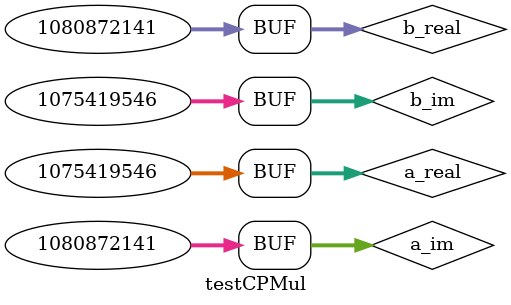
<source format=v>
module complexMul (
    input wire signed [31:0] a_real,
    input wire signed [31:0] a_im,
    
    input wire signed [31:0] b_real,
    input wire signed [31:0] b_im,

    
    output wire signed [31:0] c_real,
    output wire signed [31:0] c_im
);

wire signed [31:0] tmp_1, tmp_2, tmp_3, tmp_4, tmp_5, tmp_6;

realSub32 s1(b_real, b_im, tmp_1);//L-M
realSub32 s2(a_real, a_im, tmp_2); // X-Y
realAdder32 s3(b_real, b_im, tmp_3); //L+M

realMul32 m1(tmp_1, a_im, tmp_4); //(L-M)*Y
realMul32 m2(tmp_3, a_real, tmp_5); //(L+M)*X
realMul32 m3(tmp_2, b_real, tmp_6); // (X-Y)*L;

realAdder32 s4(tmp_4, tmp_6, c_real);
realSub32 s5(tmp_5, tmp_6, c_im);

endmodule

module testCPMul;

reg signed [31:0] a_real, b_real, a_im, b_im ;
wire signed [31:0]  c_real, c_im;

complexMul a1(a_real, a_im, b_real, b_im, c_real, c_im);

    
initial begin
    a_real = 32'b01000000000110011001100110011010;
    b_real  = 32'b01000000011011001100110011001101;
    a_im  = 32'b01000000011011001100110011001101;
    b_im = 32'b01000000000110011001100110011010;
end

initial begin
    $monitor("c= %b + %b i ", c_real, c_im);
end

endmodule
</source>
